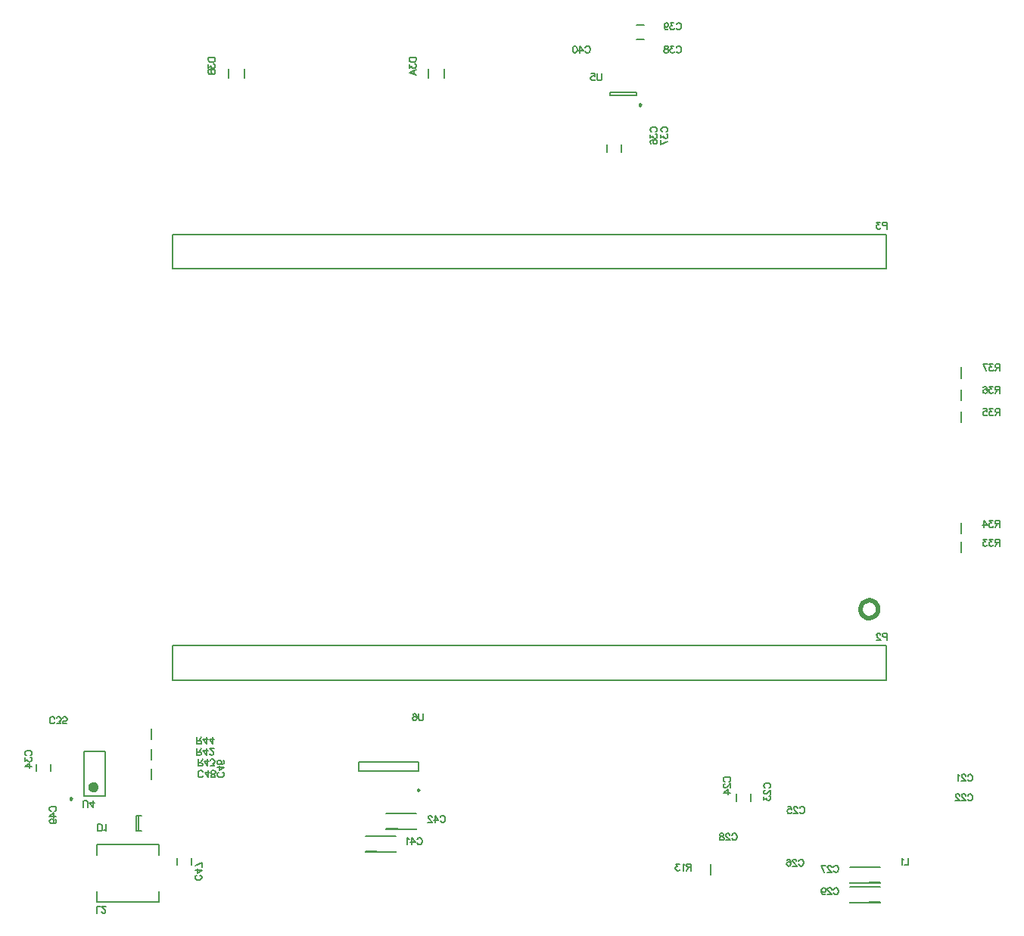
<source format=gbo>
G04 Layer_Color=32896*
%FSLAX25Y25*%
%MOIN*%
G70*
G01*
G75*
%ADD73C,0.00787*%
%ADD87C,0.00984*%
%ADD88C,0.02362*%
%ADD89C,0.00500*%
%ADD142C,0.02000*%
%ADD143C,0.00394*%
D73*
X19219Y74438D02*
Y77588D01*
X12920Y74438D02*
Y77588D01*
X33803Y63611D02*
Y83296D01*
X43252Y63611D02*
Y83296D01*
X33803Y63611D02*
X43252D01*
X33803Y83296D02*
X43252D01*
X420031Y228132D02*
Y232857D01*
Y237912D02*
Y242636D01*
Y247691D02*
Y252416D01*
X154811Y74535D02*
X181189D01*
X154811Y78472D02*
X181189D01*
Y74535D02*
Y78472D01*
X154811Y74535D02*
Y78472D01*
X420031Y170943D02*
Y175668D01*
X277213Y372276D02*
Y373457D01*
X265402Y372276D02*
Y373457D01*
Y372276D02*
X277213D01*
X265402Y373457D02*
X277213D01*
X420031Y179148D02*
Y183873D01*
X371260Y32283D02*
X384646D01*
X371260Y25197D02*
X384646D01*
X371260Y32087D02*
Y32283D01*
X379528Y32087D02*
X384646D01*
X371260Y25197D02*
Y25394D01*
X379528D02*
X384646D01*
X371260Y23622D02*
X384646D01*
X371260Y16535D02*
X384646D01*
X371260Y23425D02*
Y23622D01*
X379528Y23425D02*
X384646D01*
X371260Y16535D02*
Y16732D01*
X379528D02*
X384646D01*
X270457Y347291D02*
Y350441D01*
X264158Y347291D02*
Y350441D01*
X277213Y396913D02*
X280362D01*
X277213Y403213D02*
X280362D01*
X157701Y38961D02*
X171087D01*
X157701Y46047D02*
X171087D01*
Y38961D02*
Y39158D01*
X157701D02*
X162819D01*
X171087Y45850D02*
Y46047D01*
X157701Y45850D02*
X162819D01*
X321134Y61248D02*
Y64398D01*
X327433Y61248D02*
Y64398D01*
X166913Y48961D02*
X180299D01*
X166913Y56047D02*
X180299D01*
Y48961D02*
Y49158D01*
X166913D02*
X172031D01*
X180299Y55850D02*
Y56047D01*
X166913Y55850D02*
X172031D01*
X309842Y28740D02*
Y33465D01*
X185433Y379823D02*
Y383957D01*
X192520Y379823D02*
Y383957D01*
X97480Y379823D02*
Y383957D01*
X104567Y379823D02*
Y383957D01*
X56890Y48147D02*
X59252D01*
X56890Y54840D02*
X59252D01*
X56890Y48147D02*
Y54840D01*
X57677Y48147D02*
Y54840D01*
X66732Y37500D02*
Y42126D01*
X39567Y37500D02*
Y42126D01*
X66732Y16929D02*
Y21555D01*
X39567Y16929D02*
Y21555D01*
Y42126D02*
X66732D01*
X39567Y16929D02*
X66732D01*
X81119Y33186D02*
Y36336D01*
X74820Y33186D02*
Y36336D01*
X63348Y88518D02*
Y93242D01*
Y70768D02*
Y75492D01*
X63347Y79643D02*
Y84367D01*
D87*
X28587Y62410D02*
X27848Y62837D01*
Y61984D01*
X28587Y62410D01*
X181583Y66268D02*
X180844Y66694D01*
Y65842D01*
X181583Y66268D01*
X279083Y368142D02*
X278344Y368568D01*
Y367716D01*
X279083Y368142D01*
D88*
X38921Y67548D02*
X38477Y68472D01*
X37477Y68700D01*
X36676Y68061D01*
Y67036D01*
X37477Y66397D01*
X38477Y66625D01*
X38921Y67548D01*
D89*
X72953Y295827D02*
X387283D01*
X72953Y310945D02*
X387283D01*
Y295827D02*
Y310945D01*
X72953Y295827D02*
Y310945D01*
X72953Y129764D02*
X387283D01*
X72953Y114646D02*
X387283D01*
X72953D02*
Y129764D01*
X387283Y114646D02*
Y129764D01*
X83661Y86568D02*
Y89567D01*
Y86568D02*
X84947D01*
X85375Y86710D01*
X85518Y86853D01*
X85661Y87139D01*
Y87424D01*
X85518Y87710D01*
X85375Y87853D01*
X84947Y87996D01*
X83661D01*
X84661D02*
X85661Y89567D01*
X87761Y86568D02*
X86332Y88567D01*
X88475D01*
X87761Y86568D02*
Y89567D01*
X90431Y86568D02*
X89003Y88567D01*
X91145D01*
X90431Y86568D02*
Y89567D01*
X84017Y76725D02*
Y79724D01*
Y76725D02*
X85302D01*
X85731Y76868D01*
X85874Y77011D01*
X86016Y77296D01*
Y77582D01*
X85874Y77868D01*
X85731Y78010D01*
X85302Y78153D01*
X84017D01*
X85017D02*
X86016Y79724D01*
X88116Y76725D02*
X86688Y78725D01*
X88830D01*
X88116Y76725D02*
Y79724D01*
X89644Y76725D02*
X91215D01*
X90358Y77868D01*
X90787D01*
X91072Y78010D01*
X91215Y78153D01*
X91358Y78582D01*
Y78867D01*
X91215Y79296D01*
X90930Y79582D01*
X90501Y79724D01*
X90073D01*
X89644Y79582D01*
X89501Y79439D01*
X89359Y79153D01*
X83661Y81605D02*
Y84604D01*
Y81605D02*
X84947D01*
X85375Y81747D01*
X85518Y81890D01*
X85661Y82176D01*
Y82462D01*
X85518Y82747D01*
X85375Y82890D01*
X84947Y83033D01*
X83661D01*
X84661D02*
X85661Y84604D01*
X87761Y81605D02*
X86332Y83604D01*
X88475D01*
X87761Y81605D02*
Y84604D01*
X89146Y82319D02*
Y82176D01*
X89289Y81890D01*
X89432Y81747D01*
X89717Y81605D01*
X90289D01*
X90574Y81747D01*
X90717Y81890D01*
X90860Y82176D01*
Y82462D01*
X90717Y82747D01*
X90431Y83176D01*
X89003Y84604D01*
X91003D01*
X39370Y11961D02*
Y14961D01*
X41084D01*
X41555Y12675D02*
Y12533D01*
X41698Y12247D01*
X41841Y12104D01*
X42127Y11961D01*
X42698D01*
X42984Y12104D01*
X43126Y12247D01*
X43269Y12533D01*
Y12818D01*
X43126Y13104D01*
X42841Y13532D01*
X41412Y14961D01*
X43412D01*
X19368Y56913D02*
X19083Y57056D01*
X18797Y57341D01*
X18654Y57627D01*
Y58198D01*
X18797Y58484D01*
X19083Y58770D01*
X19368Y58912D01*
X19797Y59055D01*
X20511D01*
X20939Y58912D01*
X21225Y58770D01*
X21511Y58484D01*
X21654Y58198D01*
Y57627D01*
X21511Y57341D01*
X21225Y57056D01*
X20939Y56913D01*
X18654Y54642D02*
X20654Y56070D01*
Y53928D01*
X18654Y54642D02*
X21654D01*
X19654Y51542D02*
X20083Y51685D01*
X20368Y51971D01*
X20511Y52399D01*
Y52542D01*
X20368Y52971D01*
X20083Y53256D01*
X19654Y53399D01*
X19511D01*
X19083Y53256D01*
X18797Y52971D01*
X18654Y52542D01*
Y52399D01*
X18797Y51971D01*
X19083Y51685D01*
X19654Y51542D01*
X20368D01*
X21082Y51685D01*
X21511Y51971D01*
X21654Y52399D01*
Y52685D01*
X21511Y53114D01*
X21225Y53256D01*
X86159Y72518D02*
X86016Y72232D01*
X85731Y71947D01*
X85445Y71804D01*
X84874D01*
X84588Y71947D01*
X84302Y72232D01*
X84160Y72518D01*
X84017Y72946D01*
Y73660D01*
X84160Y74089D01*
X84302Y74375D01*
X84588Y74660D01*
X84874Y74803D01*
X85445D01*
X85731Y74660D01*
X86016Y74375D01*
X86159Y74089D01*
X88430Y71804D02*
X87002Y73803D01*
X89144D01*
X88430Y71804D02*
Y74803D01*
X90387Y71804D02*
X89958Y71947D01*
X89815Y72232D01*
Y72518D01*
X89958Y72804D01*
X90244Y72946D01*
X90815Y73089D01*
X91244Y73232D01*
X91529Y73518D01*
X91672Y73803D01*
Y74232D01*
X91529Y74518D01*
X91387Y74660D01*
X90958Y74803D01*
X90387D01*
X89958Y74660D01*
X89815Y74518D01*
X89673Y74232D01*
Y73803D01*
X89815Y73518D01*
X90101Y73232D01*
X90530Y73089D01*
X91101Y72946D01*
X91387Y72804D01*
X91529Y72518D01*
Y72232D01*
X91387Y71947D01*
X90958Y71804D01*
X90387D01*
X84962Y28717D02*
X85248Y28574D01*
X85534Y28289D01*
X85676Y28003D01*
Y27432D01*
X85534Y27146D01*
X85248Y26860D01*
X84962Y26718D01*
X84534Y26575D01*
X83820D01*
X83391Y26718D01*
X83106Y26860D01*
X82820Y27146D01*
X82677Y27432D01*
Y28003D01*
X82820Y28289D01*
X83106Y28574D01*
X83391Y28717D01*
X85676Y30988D02*
X83677Y29560D01*
Y31702D01*
X85676Y30988D02*
X82677D01*
X85676Y34230D02*
X82677Y32802D01*
X85676Y32231D02*
Y34230D01*
X94805Y73993D02*
X95091Y73850D01*
X95376Y73564D01*
X95519Y73279D01*
Y72707D01*
X95376Y72422D01*
X95091Y72136D01*
X94805Y71993D01*
X94376Y71850D01*
X93662D01*
X93234Y71993D01*
X92948Y72136D01*
X92663Y72422D01*
X92520Y72707D01*
Y73279D01*
X92663Y73564D01*
X92948Y73850D01*
X93234Y73993D01*
X95519Y76264D02*
X93520Y74835D01*
Y76978D01*
X95519Y76264D02*
X92520D01*
X95091Y79220D02*
X95376Y79077D01*
X95519Y78649D01*
Y78363D01*
X95376Y77935D01*
X94948Y77649D01*
X94234Y77506D01*
X93520D01*
X92948Y77649D01*
X92663Y77935D01*
X92520Y78363D01*
Y78506D01*
X92663Y78935D01*
X92948Y79220D01*
X93377Y79363D01*
X93520D01*
X93948Y79220D01*
X94234Y78935D01*
X94376Y78506D01*
Y78363D01*
X94234Y77935D01*
X93948Y77649D01*
X93520Y77506D01*
X88536Y388779D02*
X91535D01*
X88536D02*
Y387780D01*
X88679Y387351D01*
X88964Y387066D01*
X89250Y386923D01*
X89679Y386780D01*
X90393D01*
X90821Y386923D01*
X91107Y387066D01*
X91393Y387351D01*
X91535Y387780D01*
Y388779D01*
X88536Y385823D02*
Y384252D01*
X89679Y385109D01*
Y384680D01*
X89821Y384395D01*
X89964Y384252D01*
X90393Y384109D01*
X90679D01*
X91107Y384252D01*
X91393Y384538D01*
X91535Y384966D01*
Y385395D01*
X91393Y385823D01*
X91250Y385966D01*
X90964Y386109D01*
X88536Y383438D02*
X91535D01*
X88536D02*
Y382152D01*
X88679Y381724D01*
X88822Y381581D01*
X89107Y381438D01*
X89393D01*
X89679Y381581D01*
X89821Y381724D01*
X89964Y382152D01*
Y383438D02*
Y382152D01*
X90107Y381724D01*
X90250Y381581D01*
X90536Y381438D01*
X90964D01*
X91250Y381581D01*
X91393Y381724D01*
X91535Y382152D01*
Y383438D01*
X177119Y388779D02*
X180118D01*
X177119D02*
Y387780D01*
X177262Y387351D01*
X177547Y387066D01*
X177833Y386923D01*
X178261Y386780D01*
X178975D01*
X179404Y386923D01*
X179690Y387066D01*
X179975Y387351D01*
X180118Y387780D01*
Y388779D01*
X177119Y385823D02*
Y384252D01*
X178261Y385109D01*
Y384680D01*
X178404Y384395D01*
X178547Y384252D01*
X178975Y384109D01*
X179261D01*
X179690Y384252D01*
X179975Y384538D01*
X180118Y384966D01*
Y385395D01*
X179975Y385823D01*
X179832Y385966D01*
X179547Y386109D01*
X180118Y381153D02*
X177119Y382295D01*
X180118Y383438D01*
X179118Y383009D02*
Y381581D01*
X183213Y99778D02*
Y97636D01*
X183071Y97207D01*
X182785Y96922D01*
X182356Y96779D01*
X182071D01*
X181642Y96922D01*
X181357Y97207D01*
X181214Y97636D01*
Y99778D01*
X178672Y99350D02*
X178814Y99635D01*
X179243Y99778D01*
X179528D01*
X179957Y99635D01*
X180243Y99207D01*
X180385Y98493D01*
Y97778D01*
X180243Y97207D01*
X179957Y96922D01*
X179528Y96779D01*
X179386D01*
X178957Y96922D01*
X178672Y97207D01*
X178529Y97636D01*
Y97778D01*
X178672Y98207D01*
X178957Y98493D01*
X179386Y98636D01*
X179528D01*
X179957Y98493D01*
X180243Y98207D01*
X180385Y97778D01*
X261811Y381739D02*
Y379597D01*
X261668Y379169D01*
X261383Y378883D01*
X260954Y378740D01*
X260668D01*
X260240Y378883D01*
X259954Y379169D01*
X259811Y379597D01*
Y381739D01*
X257269D02*
X258697D01*
X258840Y380454D01*
X258697Y380597D01*
X258269Y380740D01*
X257840D01*
X257412Y380597D01*
X257126Y380311D01*
X256983Y379883D01*
Y379597D01*
X257126Y379169D01*
X257412Y378883D01*
X257840Y378740D01*
X258269D01*
X258697Y378883D01*
X258840Y379026D01*
X258983Y379311D01*
X33465Y58643D02*
Y60786D01*
X33607Y61214D01*
X33893Y61500D01*
X34321Y61643D01*
X34607D01*
X35036Y61500D01*
X35321Y61214D01*
X35464Y60786D01*
Y58643D01*
X37721D02*
X36292Y60643D01*
X38435D01*
X37721Y58643D02*
Y61643D01*
X437008Y253787D02*
Y250787D01*
Y253787D02*
X435722D01*
X435294Y253644D01*
X435151Y253501D01*
X435008Y253216D01*
Y252930D01*
X435151Y252644D01*
X435294Y252501D01*
X435722Y252359D01*
X437008D01*
X436008D02*
X435008Y250787D01*
X434051Y253787D02*
X432480D01*
X433337Y252644D01*
X432909D01*
X432623Y252501D01*
X432480Y252359D01*
X432337Y251930D01*
Y251644D01*
X432480Y251216D01*
X432766Y250930D01*
X433194Y250787D01*
X433623D01*
X434051Y250930D01*
X434194Y251073D01*
X434337Y251359D01*
X429667Y253787D02*
X431095Y250787D01*
X431666Y253787D02*
X429667D01*
X437008Y243944D02*
Y240945D01*
Y243944D02*
X435722D01*
X435294Y243801D01*
X435151Y243659D01*
X435008Y243373D01*
Y243087D01*
X435151Y242802D01*
X435294Y242659D01*
X435722Y242516D01*
X437008D01*
X436008D02*
X435008Y240945D01*
X434051Y243944D02*
X432480D01*
X433337Y242802D01*
X432909D01*
X432623Y242659D01*
X432480Y242516D01*
X432337Y242088D01*
Y241802D01*
X432480Y241373D01*
X432766Y241088D01*
X433194Y240945D01*
X433623D01*
X434051Y241088D01*
X434194Y241231D01*
X434337Y241516D01*
X429952Y243516D02*
X430095Y243801D01*
X430523Y243944D01*
X430809D01*
X431238Y243801D01*
X431523Y243373D01*
X431666Y242659D01*
Y241945D01*
X431523Y241373D01*
X431238Y241088D01*
X430809Y240945D01*
X430666D01*
X430238Y241088D01*
X429952Y241373D01*
X429809Y241802D01*
Y241945D01*
X429952Y242373D01*
X430238Y242659D01*
X430666Y242802D01*
X430809D01*
X431238Y242659D01*
X431523Y242373D01*
X431666Y241945D01*
X437008Y234102D02*
Y231102D01*
Y234102D02*
X435722D01*
X435294Y233959D01*
X435151Y233816D01*
X435008Y233530D01*
Y233245D01*
X435151Y232959D01*
X435294Y232816D01*
X435722Y232674D01*
X437008D01*
X436008D02*
X435008Y231102D01*
X434051Y234102D02*
X432480D01*
X433337Y232959D01*
X432909D01*
X432623Y232816D01*
X432480Y232674D01*
X432337Y232245D01*
Y231959D01*
X432480Y231531D01*
X432766Y231245D01*
X433194Y231102D01*
X433623D01*
X434051Y231245D01*
X434194Y231388D01*
X434337Y231674D01*
X429952Y234102D02*
X431381D01*
X431523Y232816D01*
X431381Y232959D01*
X430952Y233102D01*
X430523D01*
X430095Y232959D01*
X429809Y232674D01*
X429667Y232245D01*
Y231959D01*
X429809Y231531D01*
X430095Y231245D01*
X430523Y231102D01*
X430952D01*
X431381Y231245D01*
X431523Y231388D01*
X431666Y231674D01*
X437008Y184889D02*
Y181890D01*
Y184889D02*
X435722D01*
X435294Y184746D01*
X435151Y184604D01*
X435008Y184318D01*
Y184032D01*
X435151Y183747D01*
X435294Y183604D01*
X435722Y183461D01*
X437008D01*
X436008D02*
X435008Y181890D01*
X434051Y184889D02*
X432480D01*
X433337Y183747D01*
X432909D01*
X432623Y183604D01*
X432480Y183461D01*
X432337Y183032D01*
Y182747D01*
X432480Y182318D01*
X432766Y182033D01*
X433194Y181890D01*
X433623D01*
X434051Y182033D01*
X434194Y182175D01*
X434337Y182461D01*
X430238Y184889D02*
X431666Y182890D01*
X429524D01*
X430238Y184889D02*
Y181890D01*
X437008Y176621D02*
Y173622D01*
Y176621D02*
X435722D01*
X435294Y176479D01*
X435151Y176336D01*
X435008Y176050D01*
Y175765D01*
X435151Y175479D01*
X435294Y175336D01*
X435722Y175193D01*
X437008D01*
X436008D02*
X435008Y173622D01*
X434051Y176621D02*
X432480D01*
X433337Y175479D01*
X432909D01*
X432623Y175336D01*
X432480Y175193D01*
X432337Y174765D01*
Y174479D01*
X432480Y174050D01*
X432766Y173765D01*
X433194Y173622D01*
X433623D01*
X434051Y173765D01*
X434194Y173908D01*
X434337Y174193D01*
X431381Y176621D02*
X429809D01*
X430666Y175479D01*
X430238D01*
X429952Y175336D01*
X429809Y175193D01*
X429667Y174765D01*
Y174479D01*
X429809Y174050D01*
X430095Y173765D01*
X430523Y173622D01*
X430952D01*
X431381Y173765D01*
X431523Y173908D01*
X431666Y174193D01*
X301181Y33708D02*
Y30709D01*
Y33708D02*
X299896D01*
X299467Y33565D01*
X299324Y33422D01*
X299182Y33137D01*
Y32851D01*
X299324Y32565D01*
X299467Y32423D01*
X299896Y32280D01*
X301181D01*
X300181D02*
X299182Y30709D01*
X298510Y33137D02*
X298225Y33280D01*
X297796Y33708D01*
Y30709D01*
X296025Y33708D02*
X294454D01*
X295311Y32565D01*
X294882D01*
X294597Y32423D01*
X294454Y32280D01*
X294311Y31851D01*
Y31566D01*
X294454Y31137D01*
X294740Y30852D01*
X295168Y30709D01*
X295597D01*
X296025Y30852D01*
X296168Y30994D01*
X296311Y31280D01*
X387402Y314814D02*
X386116D01*
X385688Y314957D01*
X385545Y315100D01*
X385402Y315385D01*
Y315814D01*
X385545Y316100D01*
X385688Y316242D01*
X386116Y316385D01*
X387402D01*
Y313386D01*
X384445Y316385D02*
X382874D01*
X383731Y315243D01*
X383302D01*
X383017Y315100D01*
X382874Y314957D01*
X382731Y314528D01*
Y314243D01*
X382874Y313814D01*
X383160Y313529D01*
X383588Y313386D01*
X384017D01*
X384445Y313529D01*
X384588Y313671D01*
X384731Y313957D01*
X387402Y133712D02*
X386116D01*
X385688Y133854D01*
X385545Y133997D01*
X385402Y134283D01*
Y134712D01*
X385545Y134997D01*
X385688Y135140D01*
X386116Y135283D01*
X387402D01*
Y132283D01*
X384588Y134569D02*
Y134712D01*
X384445Y134997D01*
X384302Y135140D01*
X384017Y135283D01*
X383445D01*
X383160Y135140D01*
X383017Y134997D01*
X382874Y134712D01*
Y134426D01*
X383017Y134140D01*
X383302Y133712D01*
X384731Y132283D01*
X382731D01*
X396850Y36070D02*
Y33071D01*
X395136D01*
X394808Y35499D02*
X394522Y35642D01*
X394094Y36070D01*
Y33071D01*
X39976Y48147D02*
Y51147D01*
Y48147D02*
X40976D01*
X41405Y48290D01*
X41690Y48576D01*
X41833Y48862D01*
X41976Y49290D01*
Y50004D01*
X41833Y50432D01*
X41690Y50718D01*
X41405Y51004D01*
X40976Y51147D01*
X39976D01*
X42647Y48719D02*
X42933Y48576D01*
X43361Y48147D01*
Y51147D01*
X190771Y54254D02*
X190914Y54539D01*
X191200Y54825D01*
X191485Y54968D01*
X192056D01*
X192342Y54825D01*
X192628Y54539D01*
X192771Y54254D01*
X192913Y53825D01*
Y53111D01*
X192771Y52683D01*
X192628Y52397D01*
X192342Y52111D01*
X192056Y51968D01*
X191485D01*
X191200Y52111D01*
X190914Y52397D01*
X190771Y52683D01*
X188500Y54968D02*
X189928Y52968D01*
X187786D01*
X188500Y54968D02*
Y51968D01*
X187115Y54254D02*
Y54397D01*
X186972Y54682D01*
X186829Y54825D01*
X186543Y54968D01*
X185972D01*
X185686Y54825D01*
X185544Y54682D01*
X185401Y54397D01*
Y54111D01*
X185544Y53825D01*
X185829Y53397D01*
X187258Y51968D01*
X185258D01*
X180535Y44411D02*
X180678Y44697D01*
X180963Y44982D01*
X181249Y45125D01*
X181820D01*
X182106Y44982D01*
X182392Y44697D01*
X182534Y44411D01*
X182677Y43983D01*
Y43269D01*
X182534Y42840D01*
X182392Y42555D01*
X182106Y42269D01*
X181820Y42126D01*
X181249D01*
X180963Y42269D01*
X180678Y42555D01*
X180535Y42840D01*
X178264Y45125D02*
X179692Y43126D01*
X177550D01*
X178264Y45125D02*
Y42126D01*
X177021Y44554D02*
X176736Y44697D01*
X176307Y45125D01*
Y42126D01*
X254551Y393230D02*
X254693Y393516D01*
X254979Y393801D01*
X255265Y393944D01*
X255836D01*
X256122Y393801D01*
X256407Y393516D01*
X256550Y393230D01*
X256693Y392802D01*
Y392088D01*
X256550Y391659D01*
X256407Y391373D01*
X256122Y391088D01*
X255836Y390945D01*
X255265D01*
X254979Y391088D01*
X254693Y391373D01*
X254551Y391659D01*
X252280Y393944D02*
X253708Y391945D01*
X251565D01*
X252280Y393944D02*
Y390945D01*
X250180Y393944D02*
X250608Y393801D01*
X250894Y393373D01*
X251037Y392659D01*
Y392230D01*
X250894Y391516D01*
X250608Y391088D01*
X250180Y390945D01*
X249894D01*
X249466Y391088D01*
X249180Y391516D01*
X249037Y392230D01*
Y392659D01*
X249180Y393373D01*
X249466Y393801D01*
X249894Y393944D01*
X250180D01*
X294708Y403466D02*
X294851Y403752D01*
X295136Y404038D01*
X295422Y404180D01*
X295993D01*
X296279Y404038D01*
X296565Y403752D01*
X296708Y403466D01*
X296850Y403038D01*
Y402324D01*
X296708Y401895D01*
X296565Y401610D01*
X296279Y401324D01*
X295993Y401181D01*
X295422D01*
X295136Y401324D01*
X294851Y401610D01*
X294708Y401895D01*
X293580Y404180D02*
X292009D01*
X292865Y403038D01*
X292437D01*
X292151Y402895D01*
X292009Y402752D01*
X291866Y402324D01*
Y402038D01*
X292009Y401610D01*
X292294Y401324D01*
X292723Y401181D01*
X293151D01*
X293580Y401324D01*
X293723Y401467D01*
X293865Y401752D01*
X289338Y403181D02*
X289480Y402752D01*
X289766Y402466D01*
X290195Y402324D01*
X290337D01*
X290766Y402466D01*
X291052Y402752D01*
X291195Y403181D01*
Y403324D01*
X291052Y403752D01*
X290766Y404038D01*
X290337Y404180D01*
X290195D01*
X289766Y404038D01*
X289480Y403752D01*
X289338Y403181D01*
Y402466D01*
X289480Y401752D01*
X289766Y401324D01*
X290195Y401181D01*
X290480D01*
X290909Y401324D01*
X291052Y401610D01*
X294708Y393230D02*
X294851Y393516D01*
X295136Y393801D01*
X295422Y393944D01*
X295993D01*
X296279Y393801D01*
X296565Y393516D01*
X296708Y393230D01*
X296850Y392802D01*
Y392088D01*
X296708Y391659D01*
X296565Y391373D01*
X296279Y391088D01*
X295993Y390945D01*
X295422D01*
X295136Y391088D01*
X294851Y391373D01*
X294708Y391659D01*
X293580Y393944D02*
X292009D01*
X292865Y392802D01*
X292437D01*
X292151Y392659D01*
X292009Y392516D01*
X291866Y392088D01*
Y391802D01*
X292009Y391373D01*
X292294Y391088D01*
X292723Y390945D01*
X293151D01*
X293580Y391088D01*
X293723Y391231D01*
X293865Y391516D01*
X290480Y393944D02*
X290909Y393801D01*
X291052Y393516D01*
Y393230D01*
X290909Y392945D01*
X290623Y392802D01*
X290052Y392659D01*
X289623Y392516D01*
X289338Y392230D01*
X289195Y391945D01*
Y391516D01*
X289338Y391231D01*
X289480Y391088D01*
X289909Y390945D01*
X290480D01*
X290909Y391088D01*
X291052Y391231D01*
X291194Y391516D01*
Y391945D01*
X291052Y392230D01*
X290766Y392516D01*
X290337Y392659D01*
X289766Y392802D01*
X289480Y392945D01*
X289338Y393230D01*
Y393516D01*
X289480Y393801D01*
X289909Y393944D01*
X290480D01*
X288660Y356125D02*
X288374Y356268D01*
X288088Y356554D01*
X287946Y356839D01*
Y357411D01*
X288088Y357696D01*
X288374Y357982D01*
X288660Y358125D01*
X289088Y358268D01*
X289802D01*
X290231Y358125D01*
X290516Y357982D01*
X290802Y357696D01*
X290945Y357411D01*
Y356839D01*
X290802Y356554D01*
X290516Y356268D01*
X290231Y356125D01*
X287946Y354997D02*
Y353426D01*
X289088Y354283D01*
Y353854D01*
X289231Y353569D01*
X289374Y353426D01*
X289802Y353283D01*
X290088D01*
X290516Y353426D01*
X290802Y353712D01*
X290945Y354140D01*
Y354569D01*
X290802Y354997D01*
X290659Y355140D01*
X290374Y355283D01*
X287946Y350612D02*
X290945Y352041D01*
X287946Y352612D02*
Y350612D01*
X283935Y356125D02*
X283650Y356268D01*
X283364Y356554D01*
X283221Y356839D01*
Y357411D01*
X283364Y357696D01*
X283650Y357982D01*
X283935Y358125D01*
X284364Y358268D01*
X285078D01*
X285506Y358125D01*
X285792Y357982D01*
X286078Y357696D01*
X286221Y357411D01*
Y356839D01*
X286078Y356554D01*
X285792Y356268D01*
X285506Y356125D01*
X283221Y354997D02*
Y353426D01*
X284364Y354283D01*
Y353854D01*
X284507Y353569D01*
X284649Y353426D01*
X285078Y353283D01*
X285364D01*
X285792Y353426D01*
X286078Y353712D01*
X286221Y354140D01*
Y354569D01*
X286078Y354997D01*
X285935Y355140D01*
X285649Y355283D01*
X283650Y350898D02*
X283364Y351041D01*
X283221Y351469D01*
Y351755D01*
X283364Y352183D01*
X283792Y352469D01*
X284507Y352612D01*
X285221D01*
X285792Y352469D01*
X286078Y352183D01*
X286221Y351755D01*
Y351612D01*
X286078Y351184D01*
X285792Y350898D01*
X285364Y350755D01*
X285221D01*
X284792Y350898D01*
X284507Y351184D01*
X284364Y351612D01*
Y351755D01*
X284507Y352183D01*
X284792Y352469D01*
X285221Y352612D01*
X20843Y96140D02*
X20700Y95854D01*
X20415Y95569D01*
X20129Y95426D01*
X19558D01*
X19272Y95569D01*
X18986Y95854D01*
X18844Y96140D01*
X18701Y96569D01*
Y97283D01*
X18844Y97711D01*
X18986Y97997D01*
X19272Y98282D01*
X19558Y98425D01*
X20129D01*
X20415Y98282D01*
X20700Y97997D01*
X20843Y97711D01*
X21971Y95426D02*
X23543D01*
X22686Y96569D01*
X23114D01*
X23400Y96711D01*
X23543Y96854D01*
X23685Y97283D01*
Y97568D01*
X23543Y97997D01*
X23257Y98282D01*
X22828Y98425D01*
X22400D01*
X21971Y98282D01*
X21829Y98140D01*
X21686Y97854D01*
X26071Y95426D02*
X24642D01*
X24499Y96711D01*
X24642Y96569D01*
X25071Y96426D01*
X25499D01*
X25928Y96569D01*
X26213Y96854D01*
X26356Y97283D01*
Y97568D01*
X26213Y97997D01*
X25928Y98282D01*
X25499Y98425D01*
X25071D01*
X24642Y98282D01*
X24499Y98140D01*
X24357Y97854D01*
X8541Y81519D02*
X8256Y81662D01*
X7970Y81947D01*
X7827Y82233D01*
Y82805D01*
X7970Y83090D01*
X8256Y83376D01*
X8541Y83519D01*
X8970Y83661D01*
X9684D01*
X10113Y83519D01*
X10398Y83376D01*
X10684Y83090D01*
X10827Y82805D01*
Y82233D01*
X10684Y81947D01*
X10398Y81662D01*
X10113Y81519D01*
X7827Y80391D02*
Y78820D01*
X8970Y79677D01*
Y79248D01*
X9113Y78962D01*
X9256Y78820D01*
X9684Y78677D01*
X9970D01*
X10398Y78820D01*
X10684Y79105D01*
X10827Y79534D01*
Y79962D01*
X10684Y80391D01*
X10541Y80533D01*
X10255Y80676D01*
X7827Y76577D02*
X9827Y78005D01*
Y75863D01*
X7827Y76577D02*
X10827D01*
X363999Y22364D02*
X364142Y22650D01*
X364428Y22935D01*
X364714Y23078D01*
X365285D01*
X365570Y22935D01*
X365856Y22650D01*
X365999Y22364D01*
X366142Y21936D01*
Y21221D01*
X365999Y20793D01*
X365856Y20507D01*
X365570Y20222D01*
X365285Y20079D01*
X364714D01*
X364428Y20222D01*
X364142Y20507D01*
X363999Y20793D01*
X363014Y22364D02*
Y22507D01*
X362871Y22792D01*
X362728Y22935D01*
X362443Y23078D01*
X361871D01*
X361586Y22935D01*
X361443Y22792D01*
X361300Y22507D01*
Y22221D01*
X361443Y21936D01*
X361728Y21507D01*
X363157Y20079D01*
X361157D01*
X358629Y22078D02*
X358772Y21650D01*
X359058Y21364D01*
X359486Y21221D01*
X359629D01*
X360057Y21364D01*
X360343Y21650D01*
X360486Y22078D01*
Y22221D01*
X360343Y22650D01*
X360057Y22935D01*
X359629Y23078D01*
X359486D01*
X359058Y22935D01*
X358772Y22650D01*
X358629Y22078D01*
Y21364D01*
X358772Y20650D01*
X359058Y20222D01*
X359486Y20079D01*
X359772D01*
X360200Y20222D01*
X360343Y20507D01*
X319216Y46380D02*
X319359Y46665D01*
X319644Y46951D01*
X319930Y47094D01*
X320501D01*
X320787Y46951D01*
X321073Y46665D01*
X321215Y46380D01*
X321358Y45951D01*
Y45237D01*
X321215Y44809D01*
X321073Y44523D01*
X320787Y44237D01*
X320501Y44094D01*
X319930D01*
X319644Y44237D01*
X319359Y44523D01*
X319216Y44809D01*
X318230Y46380D02*
Y46523D01*
X318088Y46808D01*
X317945Y46951D01*
X317659Y47094D01*
X317088D01*
X316802Y46951D01*
X316659Y46808D01*
X316516Y46523D01*
Y46237D01*
X316659Y45951D01*
X316945Y45523D01*
X318373Y44094D01*
X316374D01*
X314988Y47094D02*
X315417Y46951D01*
X315560Y46665D01*
Y46380D01*
X315417Y46094D01*
X315131Y45951D01*
X314560Y45808D01*
X314131Y45666D01*
X313846Y45380D01*
X313703Y45094D01*
Y44666D01*
X313846Y44380D01*
X313988Y44237D01*
X314417Y44094D01*
X314988D01*
X315417Y44237D01*
X315560Y44380D01*
X315702Y44666D01*
Y45094D01*
X315560Y45380D01*
X315274Y45666D01*
X314845Y45808D01*
X314274Y45951D01*
X313988Y46094D01*
X313846Y46380D01*
Y46665D01*
X313988Y46951D01*
X314417Y47094D01*
X314988D01*
X363999Y32206D02*
X364142Y32492D01*
X364428Y32778D01*
X364714Y32921D01*
X365285D01*
X365570Y32778D01*
X365856Y32492D01*
X365999Y32206D01*
X366142Y31778D01*
Y31064D01*
X365999Y30635D01*
X365856Y30350D01*
X365570Y30064D01*
X365285Y29921D01*
X364714D01*
X364428Y30064D01*
X364142Y30350D01*
X363999Y30635D01*
X363014Y32206D02*
Y32349D01*
X362871Y32635D01*
X362728Y32778D01*
X362443Y32921D01*
X361871D01*
X361586Y32778D01*
X361443Y32635D01*
X361300Y32349D01*
Y32064D01*
X361443Y31778D01*
X361728Y31350D01*
X363157Y29921D01*
X361157D01*
X358486Y32921D02*
X359914Y29921D01*
X360486Y32921D02*
X358486D01*
X348645Y34962D02*
X348788Y35248D01*
X349074Y35534D01*
X349359Y35677D01*
X349930D01*
X350216Y35534D01*
X350502Y35248D01*
X350644Y34962D01*
X350787Y34534D01*
Y33820D01*
X350644Y33391D01*
X350502Y33106D01*
X350216Y32820D01*
X349930Y32677D01*
X349359D01*
X349074Y32820D01*
X348788Y33106D01*
X348645Y33391D01*
X347659Y34962D02*
Y35105D01*
X347517Y35391D01*
X347374Y35534D01*
X347088Y35677D01*
X346517D01*
X346231Y35534D01*
X346088Y35391D01*
X345946Y35105D01*
Y34820D01*
X346088Y34534D01*
X346374Y34105D01*
X347802Y32677D01*
X345803D01*
X343418Y35248D02*
X343560Y35534D01*
X343989Y35677D01*
X344274D01*
X344703Y35534D01*
X344989Y35105D01*
X345131Y34391D01*
Y33677D01*
X344989Y33106D01*
X344703Y32820D01*
X344274Y32677D01*
X344132D01*
X343703Y32820D01*
X343418Y33106D01*
X343275Y33534D01*
Y33677D01*
X343418Y34105D01*
X343703Y34391D01*
X344132Y34534D01*
X344274D01*
X344703Y34391D01*
X344989Y34105D01*
X345131Y33677D01*
X349039Y58191D02*
X349182Y58476D01*
X349467Y58762D01*
X349753Y58905D01*
X350324D01*
X350610Y58762D01*
X350895Y58476D01*
X351038Y58191D01*
X351181Y57762D01*
Y57048D01*
X351038Y56620D01*
X350895Y56334D01*
X350610Y56048D01*
X350324Y55905D01*
X349753D01*
X349467Y56048D01*
X349182Y56334D01*
X349039Y56620D01*
X348053Y58191D02*
Y58334D01*
X347910Y58619D01*
X347767Y58762D01*
X347482Y58905D01*
X346911D01*
X346625Y58762D01*
X346482Y58619D01*
X346339Y58334D01*
Y58048D01*
X346482Y57762D01*
X346768Y57334D01*
X348196Y55905D01*
X346196D01*
X343811Y58905D02*
X345239D01*
X345382Y57619D01*
X345239Y57762D01*
X344811Y57905D01*
X344383D01*
X343954Y57762D01*
X343668Y57477D01*
X343526Y57048D01*
Y56762D01*
X343668Y56334D01*
X343954Y56048D01*
X344383Y55905D01*
X344811D01*
X345239Y56048D01*
X345382Y56191D01*
X345525Y56477D01*
X316219Y69905D02*
X315933Y70048D01*
X315647Y70333D01*
X315505Y70619D01*
Y71190D01*
X315647Y71476D01*
X315933Y71762D01*
X316219Y71904D01*
X316647Y72047D01*
X317361D01*
X317790Y71904D01*
X318075Y71762D01*
X318361Y71476D01*
X318504Y71190D01*
Y70619D01*
X318361Y70333D01*
X318075Y70048D01*
X317790Y69905D01*
X316219Y68919D02*
X316076D01*
X315790Y68777D01*
X315647Y68634D01*
X315505Y68348D01*
Y67777D01*
X315647Y67491D01*
X315790Y67348D01*
X316076Y67205D01*
X316361D01*
X316647Y67348D01*
X317076Y67634D01*
X318504Y69062D01*
Y67063D01*
X315505Y64963D02*
X317504Y66391D01*
Y64249D01*
X315505Y64963D02*
X318504D01*
X333935Y67149D02*
X333650Y67292D01*
X333364Y67577D01*
X333221Y67863D01*
Y68434D01*
X333364Y68720D01*
X333650Y69006D01*
X333935Y69148D01*
X334364Y69291D01*
X335078D01*
X335506Y69148D01*
X335792Y69006D01*
X336078Y68720D01*
X336221Y68434D01*
Y67863D01*
X336078Y67577D01*
X335792Y67292D01*
X335506Y67149D01*
X333935Y66163D02*
X333792D01*
X333507Y66021D01*
X333364Y65878D01*
X333221Y65592D01*
Y65021D01*
X333364Y64735D01*
X333507Y64592D01*
X333792Y64450D01*
X334078D01*
X334364Y64592D01*
X334792Y64878D01*
X336221Y66306D01*
Y64307D01*
X333221Y63350D02*
Y61779D01*
X334364Y62636D01*
Y62207D01*
X334507Y61922D01*
X334649Y61779D01*
X335078Y61636D01*
X335364D01*
X335792Y61779D01*
X336078Y62064D01*
X336221Y62493D01*
Y62921D01*
X336078Y63350D01*
X335935Y63493D01*
X335649Y63635D01*
X423054Y63702D02*
X423197Y63988D01*
X423483Y64274D01*
X423769Y64417D01*
X424340D01*
X424625Y64274D01*
X424911Y63988D01*
X425054Y63702D01*
X425197Y63274D01*
Y62560D01*
X425054Y62131D01*
X424911Y61846D01*
X424625Y61560D01*
X424340Y61417D01*
X423769D01*
X423483Y61560D01*
X423197Y61846D01*
X423054Y62131D01*
X422069Y63702D02*
Y63845D01*
X421926Y64131D01*
X421783Y64274D01*
X421498Y64417D01*
X420926D01*
X420641Y64274D01*
X420498Y64131D01*
X420355Y63845D01*
Y63560D01*
X420498Y63274D01*
X420784Y62846D01*
X422212Y61417D01*
X420212D01*
X419398Y63702D02*
Y63845D01*
X419255Y64131D01*
X419112Y64274D01*
X418827Y64417D01*
X418256D01*
X417970Y64274D01*
X417827Y64131D01*
X417684Y63845D01*
Y63560D01*
X417827Y63274D01*
X418113Y62846D01*
X419541Y61417D01*
X417541D01*
X423054Y72364D02*
X423197Y72650D01*
X423483Y72935D01*
X423769Y73078D01*
X424340D01*
X424625Y72935D01*
X424911Y72650D01*
X425054Y72364D01*
X425197Y71935D01*
Y71221D01*
X425054Y70793D01*
X424911Y70507D01*
X424625Y70222D01*
X424340Y70079D01*
X423769D01*
X423483Y70222D01*
X423197Y70507D01*
X423054Y70793D01*
X422069Y72364D02*
Y72507D01*
X421926Y72792D01*
X421783Y72935D01*
X421498Y73078D01*
X420926D01*
X420641Y72935D01*
X420498Y72792D01*
X420355Y72507D01*
Y72221D01*
X420498Y71935D01*
X420784Y71507D01*
X422212Y70079D01*
X420212D01*
X419541Y72507D02*
X419255Y72650D01*
X418827Y73078D01*
Y70079D01*
D142*
X383661Y145827D02*
X383538Y146806D01*
X383174Y147723D01*
X382594Y148522D01*
X381834Y149151D01*
X380941Y149571D01*
X379972Y149756D01*
X378987Y149694D01*
X378048Y149389D01*
X377215Y148860D01*
X376539Y148141D01*
X376064Y147276D01*
X375818Y146320D01*
Y145333D01*
X376064Y144378D01*
X376539Y143513D01*
X377215Y142793D01*
X378048Y142264D01*
X378987Y141960D01*
X379972Y141897D01*
X380941Y142082D01*
X381834Y142503D01*
X382594Y143132D01*
X383174Y143930D01*
X383538Y144848D01*
X383661Y145827D01*
D143*
X192717Y378248D02*
D03*
X104764D02*
D03*
M02*

</source>
